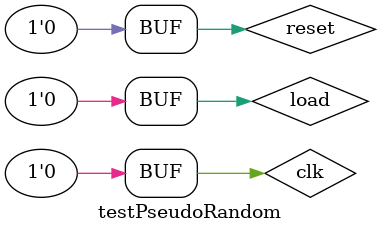
<source format=sv>
`timescale 1ns / 1ps


module testPseudoRandom();
    logic clk;
    logic load;
    logic reset;
    logic [3:0] out;
    
    PseudoRandomGenerator dut(clk, reset, load, out);
    
    initial begin
        reset <= 0;
        load <= 0;
        #25;
        reset <= 1;
        load <= 0;
        #25;
        reset <= 0;
        load <= 1;
        #25;
        reset <= 0;
        load <= 0;
     end
     
     always begin
        clk = 1; #5;
        clk = 0; #5;
     end
endmodule
</source>
